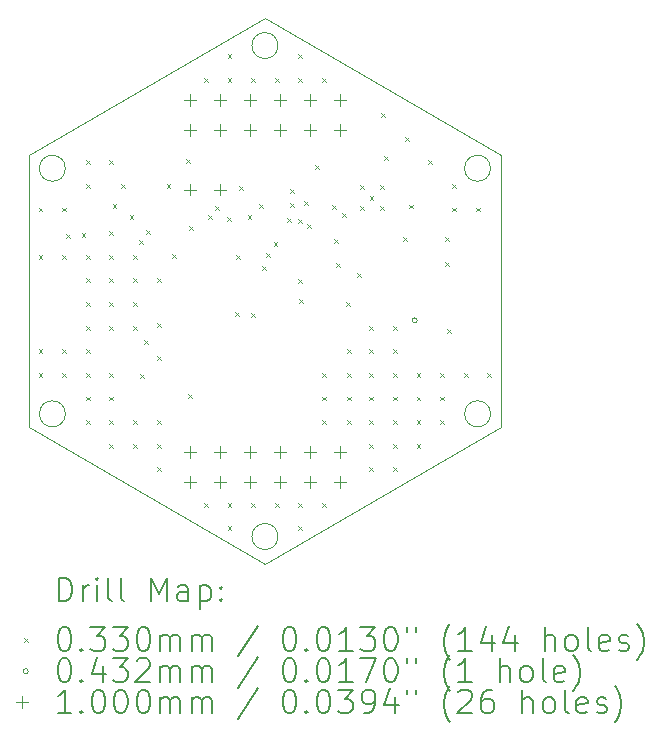
<source format=gbr>
%TF.GenerationSoftware,KiCad,Pcbnew,7.0.5*%
%TF.CreationDate,2023-06-02T12:39:11-04:00*%
%TF.ProjectId,MCU,4d43552e-6b69-4636-9164-5f7063625858,rev?*%
%TF.SameCoordinates,Original*%
%TF.FileFunction,Drillmap*%
%TF.FilePolarity,Positive*%
%FSLAX45Y45*%
G04 Gerber Fmt 4.5, Leading zero omitted, Abs format (unit mm)*
G04 Created by KiCad (PCBNEW 7.0.5) date 2023-06-02 12:39:11*
%MOMM*%
%LPD*%
G01*
G04 APERTURE LIST*
%ADD10C,0.100000*%
%ADD11C,0.200000*%
%ADD12C,0.033020*%
%ADD13C,0.043180*%
G04 APERTURE END LIST*
D10*
X13016000Y-8855761D02*
X13016000Y-11165162D01*
X16926000Y-11049692D02*
G75*
G03*
X16926000Y-11049692I-110000J0D01*
G01*
X13016000Y-11165162D02*
X15016000Y-12319862D01*
X16926000Y-8971231D02*
G75*
G03*
X16926000Y-8971231I-110000J0D01*
G01*
X13326000Y-8971231D02*
G75*
G03*
X13326000Y-8971231I-110000J0D01*
G01*
X15016000Y-7701060D02*
X13016000Y-8855761D01*
X17016000Y-8855761D02*
X15016000Y-7701060D01*
X15126000Y-7932000D02*
G75*
G03*
X15126000Y-7932000I-110000J0D01*
G01*
X15126000Y-12088922D02*
G75*
G03*
X15126000Y-12088922I-110000J0D01*
G01*
X17016000Y-11165162D02*
X17016000Y-8855761D01*
X15016000Y-12319862D02*
X17016000Y-11165162D01*
X13326000Y-11049692D02*
G75*
G03*
X13326000Y-11049692I-110000J0D01*
G01*
D11*
D12*
X13099490Y-9303352D02*
X13132510Y-9336372D01*
X13132510Y-9303352D02*
X13099490Y-9336372D01*
X13099490Y-9703352D02*
X13132510Y-9736372D01*
X13132510Y-9703352D02*
X13099490Y-9736372D01*
X13099490Y-10503352D02*
X13132510Y-10536372D01*
X13132510Y-10503352D02*
X13099490Y-10536372D01*
X13099490Y-10703352D02*
X13132510Y-10736372D01*
X13132510Y-10703352D02*
X13099490Y-10736372D01*
X13299490Y-9303352D02*
X13332510Y-9336372D01*
X13332510Y-9303352D02*
X13299490Y-9336372D01*
X13299490Y-9703352D02*
X13332510Y-9736372D01*
X13332510Y-9703352D02*
X13299490Y-9736372D01*
X13299490Y-10503352D02*
X13332510Y-10536372D01*
X13332510Y-10503352D02*
X13299490Y-10536372D01*
X13299490Y-10703352D02*
X13332510Y-10736372D01*
X13332510Y-10703352D02*
X13299490Y-10736372D01*
X13334490Y-9524352D02*
X13367510Y-9557372D01*
X13367510Y-9524352D02*
X13334490Y-9557372D01*
X13463490Y-9521352D02*
X13496510Y-9554372D01*
X13496510Y-9521352D02*
X13463490Y-9554372D01*
X13499490Y-8903352D02*
X13532510Y-8936372D01*
X13532510Y-8903352D02*
X13499490Y-8936372D01*
X13499490Y-9103352D02*
X13532510Y-9136372D01*
X13532510Y-9103352D02*
X13499490Y-9136372D01*
X13499490Y-9703352D02*
X13532510Y-9736372D01*
X13532510Y-9703352D02*
X13499490Y-9736372D01*
X13499490Y-9903352D02*
X13532510Y-9936372D01*
X13532510Y-9903352D02*
X13499490Y-9936372D01*
X13499490Y-10103352D02*
X13532510Y-10136372D01*
X13532510Y-10103352D02*
X13499490Y-10136372D01*
X13499490Y-10303352D02*
X13532510Y-10336372D01*
X13532510Y-10303352D02*
X13499490Y-10336372D01*
X13499490Y-10503352D02*
X13532510Y-10536372D01*
X13532510Y-10503352D02*
X13499490Y-10536372D01*
X13499490Y-10703352D02*
X13532510Y-10736372D01*
X13532510Y-10703352D02*
X13499490Y-10736372D01*
X13499490Y-10903352D02*
X13532510Y-10936372D01*
X13532510Y-10903352D02*
X13499490Y-10936372D01*
X13499490Y-11103352D02*
X13532510Y-11136372D01*
X13532510Y-11103352D02*
X13499490Y-11136372D01*
X13699490Y-8903352D02*
X13732510Y-8936372D01*
X13732510Y-8903352D02*
X13699490Y-8936372D01*
X13699490Y-9503352D02*
X13732510Y-9536372D01*
X13732510Y-9503352D02*
X13699490Y-9536372D01*
X13699490Y-9703352D02*
X13732510Y-9736372D01*
X13732510Y-9703352D02*
X13699490Y-9736372D01*
X13699490Y-9903352D02*
X13732510Y-9936372D01*
X13732510Y-9903352D02*
X13699490Y-9936372D01*
X13699490Y-10103352D02*
X13732510Y-10136372D01*
X13732510Y-10103352D02*
X13699490Y-10136372D01*
X13699490Y-10303352D02*
X13732510Y-10336372D01*
X13732510Y-10303352D02*
X13699490Y-10336372D01*
X13699490Y-10703352D02*
X13732510Y-10736372D01*
X13732510Y-10703352D02*
X13699490Y-10736372D01*
X13699490Y-10903352D02*
X13732510Y-10936372D01*
X13732510Y-10903352D02*
X13699490Y-10936372D01*
X13699490Y-11103352D02*
X13732510Y-11136372D01*
X13732510Y-11103352D02*
X13699490Y-11136372D01*
X13699490Y-11303352D02*
X13732510Y-11336372D01*
X13732510Y-11303352D02*
X13699490Y-11336372D01*
X13725490Y-9271490D02*
X13758510Y-9304510D01*
X13758510Y-9271490D02*
X13725490Y-9304510D01*
X13800490Y-9105352D02*
X13833510Y-9138372D01*
X13833510Y-9105352D02*
X13800490Y-9138372D01*
X13869490Y-9363352D02*
X13902510Y-9396372D01*
X13902510Y-9363352D02*
X13869490Y-9396372D01*
X13899490Y-9703352D02*
X13932510Y-9736372D01*
X13932510Y-9703352D02*
X13899490Y-9736372D01*
X13899490Y-9903352D02*
X13932510Y-9936372D01*
X13932510Y-9903352D02*
X13899490Y-9936372D01*
X13899490Y-10103352D02*
X13932510Y-10136372D01*
X13932510Y-10103352D02*
X13899490Y-10136372D01*
X13899490Y-10303352D02*
X13932510Y-10336372D01*
X13932510Y-10303352D02*
X13899490Y-10336372D01*
X13899490Y-11103352D02*
X13932510Y-11136372D01*
X13932510Y-11103352D02*
X13899490Y-11136372D01*
X13899490Y-11303352D02*
X13932510Y-11336372D01*
X13932510Y-11303352D02*
X13899490Y-11336372D01*
X13948490Y-9582352D02*
X13981510Y-9615372D01*
X13981510Y-9582352D02*
X13948490Y-9615372D01*
X13959490Y-10711352D02*
X13992510Y-10744372D01*
X13992510Y-10711352D02*
X13959490Y-10744372D01*
X13989490Y-10423352D02*
X14022510Y-10456372D01*
X14022510Y-10423352D02*
X13989490Y-10456372D01*
X14009490Y-9493352D02*
X14042510Y-9526372D01*
X14042510Y-9493352D02*
X14009490Y-9526372D01*
X14099490Y-9903352D02*
X14132510Y-9936372D01*
X14132510Y-9903352D02*
X14099490Y-9936372D01*
X14099490Y-10283352D02*
X14132510Y-10316372D01*
X14132510Y-10283352D02*
X14099490Y-10316372D01*
X14099490Y-10563352D02*
X14132510Y-10596372D01*
X14132510Y-10563352D02*
X14099490Y-10596372D01*
X14099490Y-11103352D02*
X14132510Y-11136372D01*
X14132510Y-11103352D02*
X14099490Y-11136372D01*
X14099490Y-11303352D02*
X14132510Y-11336372D01*
X14132510Y-11303352D02*
X14099490Y-11336372D01*
X14099490Y-11503352D02*
X14132510Y-11536372D01*
X14132510Y-11503352D02*
X14099490Y-11536372D01*
X14182490Y-9106352D02*
X14215510Y-9139372D01*
X14215510Y-9106352D02*
X14182490Y-9139372D01*
X14228490Y-9695490D02*
X14261510Y-9728510D01*
X14261510Y-9695490D02*
X14228490Y-9728510D01*
X14348490Y-8893352D02*
X14381510Y-8926372D01*
X14381510Y-8893352D02*
X14348490Y-8926372D01*
X14362490Y-10885352D02*
X14395510Y-10918372D01*
X14395510Y-10885352D02*
X14362490Y-10918372D01*
X14372490Y-9459352D02*
X14405510Y-9492372D01*
X14405510Y-9459352D02*
X14372490Y-9492372D01*
X14499490Y-8203352D02*
X14532510Y-8236372D01*
X14532510Y-8203352D02*
X14499490Y-8236372D01*
X14499490Y-11803352D02*
X14532510Y-11836372D01*
X14532510Y-11803352D02*
X14499490Y-11836372D01*
X14532490Y-9370352D02*
X14565510Y-9403372D01*
X14565510Y-9370352D02*
X14532490Y-9403372D01*
X14594490Y-9289352D02*
X14627510Y-9322372D01*
X14627510Y-9289352D02*
X14594490Y-9322372D01*
X14695490Y-9380490D02*
X14728510Y-9413510D01*
X14728510Y-9380490D02*
X14695490Y-9413510D01*
X14699490Y-8003352D02*
X14732510Y-8036372D01*
X14732510Y-8003352D02*
X14699490Y-8036372D01*
X14699490Y-8203352D02*
X14732510Y-8236372D01*
X14732510Y-8203352D02*
X14699490Y-8236372D01*
X14699490Y-11803352D02*
X14732510Y-11836372D01*
X14732510Y-11803352D02*
X14699490Y-11836372D01*
X14699490Y-12003352D02*
X14732510Y-12036372D01*
X14732510Y-12003352D02*
X14699490Y-12036372D01*
X14766490Y-10189352D02*
X14799510Y-10222372D01*
X14799510Y-10189352D02*
X14766490Y-10222372D01*
X14773490Y-9708490D02*
X14806510Y-9741510D01*
X14806510Y-9708490D02*
X14773490Y-9741510D01*
X14800490Y-9123352D02*
X14833510Y-9156372D01*
X14833510Y-9123352D02*
X14800490Y-9156372D01*
X14868490Y-9370490D02*
X14901510Y-9403510D01*
X14901510Y-9370490D02*
X14868490Y-9403510D01*
X14897490Y-10194352D02*
X14930510Y-10227372D01*
X14930510Y-10194352D02*
X14897490Y-10227372D01*
X14899490Y-8203352D02*
X14932510Y-8236372D01*
X14932510Y-8203352D02*
X14899490Y-8236372D01*
X14899490Y-11803352D02*
X14932510Y-11836372D01*
X14932510Y-11803352D02*
X14899490Y-11836372D01*
X14964490Y-9276352D02*
X14997510Y-9309372D01*
X14997510Y-9276352D02*
X14964490Y-9309372D01*
X14989490Y-9797490D02*
X15022510Y-9830510D01*
X15022510Y-9797490D02*
X14989490Y-9830510D01*
X15028490Y-9686490D02*
X15061510Y-9719510D01*
X15061510Y-9686490D02*
X15028490Y-9719510D01*
X15088490Y-9592490D02*
X15121510Y-9625510D01*
X15121510Y-9592490D02*
X15088490Y-9625510D01*
X15099490Y-8203352D02*
X15132510Y-8236372D01*
X15132510Y-8203352D02*
X15099490Y-8236372D01*
X15099490Y-11803352D02*
X15132510Y-11836372D01*
X15132510Y-11803352D02*
X15099490Y-11836372D01*
X15200490Y-9391352D02*
X15233510Y-9424372D01*
X15233510Y-9391352D02*
X15200490Y-9424372D01*
X15228240Y-9149490D02*
X15261260Y-9182510D01*
X15261260Y-9149490D02*
X15228240Y-9182510D01*
X15228240Y-9267490D02*
X15261260Y-9300510D01*
X15261260Y-9267490D02*
X15228240Y-9300510D01*
X15293490Y-9399352D02*
X15326510Y-9432372D01*
X15326510Y-9399352D02*
X15293490Y-9432372D01*
X15298490Y-9909352D02*
X15331510Y-9942372D01*
X15331510Y-9909352D02*
X15298490Y-9942372D01*
X15298920Y-8003352D02*
X15331940Y-8036372D01*
X15331940Y-8003352D02*
X15298920Y-8036372D01*
X15299490Y-8203352D02*
X15332510Y-8236372D01*
X15332510Y-8203352D02*
X15299490Y-8236372D01*
X15299490Y-11803352D02*
X15332510Y-11836372D01*
X15332510Y-11803352D02*
X15299490Y-11836372D01*
X15299490Y-12003352D02*
X15332510Y-12036372D01*
X15332510Y-12003352D02*
X15299490Y-12036372D01*
X15301490Y-10080352D02*
X15334510Y-10113372D01*
X15334510Y-10080352D02*
X15301490Y-10113372D01*
X15346490Y-9245490D02*
X15379510Y-9278510D01*
X15379510Y-9245490D02*
X15346490Y-9278510D01*
X15373490Y-9444490D02*
X15406510Y-9477510D01*
X15406510Y-9444490D02*
X15373490Y-9477510D01*
X15436490Y-8941490D02*
X15469510Y-8974510D01*
X15469510Y-8941490D02*
X15436490Y-8974510D01*
X15499490Y-8203352D02*
X15532510Y-8236372D01*
X15532510Y-8203352D02*
X15499490Y-8236372D01*
X15499490Y-10703352D02*
X15532510Y-10736372D01*
X15532510Y-10703352D02*
X15499490Y-10736372D01*
X15499490Y-10903352D02*
X15532510Y-10936372D01*
X15532510Y-10903352D02*
X15499490Y-10936372D01*
X15499490Y-11103352D02*
X15532510Y-11136372D01*
X15532510Y-11103352D02*
X15499490Y-11136372D01*
X15499490Y-11803352D02*
X15532510Y-11836372D01*
X15532510Y-11803352D02*
X15499490Y-11836372D01*
X15586490Y-9278490D02*
X15619510Y-9311510D01*
X15619510Y-9278490D02*
X15586490Y-9311510D01*
X15599990Y-9567490D02*
X15633010Y-9600510D01*
X15633010Y-9567490D02*
X15599990Y-9600510D01*
X15619490Y-9775490D02*
X15652510Y-9808510D01*
X15652510Y-9775490D02*
X15619490Y-9808510D01*
X15667490Y-9352352D02*
X15700510Y-9385372D01*
X15700510Y-9352352D02*
X15667490Y-9385372D01*
X15699490Y-10103352D02*
X15732510Y-10136372D01*
X15732510Y-10103352D02*
X15699490Y-10136372D01*
X15709490Y-10503352D02*
X15742510Y-10536372D01*
X15742510Y-10503352D02*
X15709490Y-10536372D01*
X15709490Y-10703352D02*
X15742510Y-10736372D01*
X15742510Y-10703352D02*
X15709490Y-10736372D01*
X15709490Y-10903352D02*
X15742510Y-10936372D01*
X15742510Y-10903352D02*
X15709490Y-10936372D01*
X15709490Y-11103352D02*
X15742510Y-11136372D01*
X15742510Y-11103352D02*
X15709490Y-11136372D01*
X15792490Y-9857490D02*
X15825510Y-9890510D01*
X15825510Y-9857490D02*
X15792490Y-9890510D01*
X15819490Y-9113352D02*
X15852510Y-9146372D01*
X15852510Y-9113352D02*
X15819490Y-9146372D01*
X15819490Y-9293352D02*
X15852510Y-9326372D01*
X15852510Y-9293352D02*
X15819490Y-9326372D01*
X15899490Y-10303352D02*
X15932510Y-10336372D01*
X15932510Y-10303352D02*
X15899490Y-10336372D01*
X15899490Y-10503352D02*
X15932510Y-10536372D01*
X15932510Y-10503352D02*
X15899490Y-10536372D01*
X15899490Y-10703352D02*
X15932510Y-10736372D01*
X15932510Y-10703352D02*
X15899490Y-10736372D01*
X15899490Y-10903352D02*
X15932510Y-10936372D01*
X15932510Y-10903352D02*
X15899490Y-10936372D01*
X15899490Y-11103352D02*
X15932510Y-11136372D01*
X15932510Y-11103352D02*
X15899490Y-11136372D01*
X15899490Y-11303352D02*
X15932510Y-11336372D01*
X15932510Y-11303352D02*
X15899490Y-11336372D01*
X15899490Y-11503352D02*
X15932510Y-11536372D01*
X15932510Y-11503352D02*
X15899490Y-11536372D01*
X15901490Y-9203240D02*
X15934510Y-9236260D01*
X15934510Y-9203240D02*
X15901490Y-9236260D01*
X15989490Y-9113352D02*
X16022510Y-9146372D01*
X16022510Y-9113352D02*
X15989490Y-9146372D01*
X15989490Y-9293352D02*
X16022510Y-9326372D01*
X16022510Y-9293352D02*
X15989490Y-9326372D01*
X15999490Y-8503352D02*
X16032510Y-8536372D01*
X16032510Y-8503352D02*
X15999490Y-8536372D01*
X16027490Y-8870490D02*
X16060510Y-8903510D01*
X16060510Y-8870490D02*
X16027490Y-8903510D01*
X16099490Y-10303352D02*
X16132510Y-10336372D01*
X16132510Y-10303352D02*
X16099490Y-10336372D01*
X16099490Y-10503352D02*
X16132510Y-10536372D01*
X16132510Y-10503352D02*
X16099490Y-10536372D01*
X16099490Y-10703352D02*
X16132510Y-10736372D01*
X16132510Y-10703352D02*
X16099490Y-10736372D01*
X16099490Y-10903352D02*
X16132510Y-10936372D01*
X16132510Y-10903352D02*
X16099490Y-10936372D01*
X16099490Y-11103352D02*
X16132510Y-11136372D01*
X16132510Y-11103352D02*
X16099490Y-11136372D01*
X16099490Y-11303352D02*
X16132510Y-11336372D01*
X16132510Y-11303352D02*
X16099490Y-11336372D01*
X16099490Y-11503352D02*
X16132510Y-11536372D01*
X16132510Y-11503352D02*
X16099490Y-11536372D01*
X16183490Y-9550352D02*
X16216510Y-9583372D01*
X16216510Y-9550352D02*
X16183490Y-9583372D01*
X16199490Y-8703352D02*
X16232510Y-8736372D01*
X16232510Y-8703352D02*
X16199490Y-8736372D01*
X16238240Y-9278239D02*
X16271260Y-9311259D01*
X16271260Y-9278239D02*
X16238240Y-9311259D01*
X16299490Y-10703352D02*
X16332510Y-10736372D01*
X16332510Y-10703352D02*
X16299490Y-10736372D01*
X16299490Y-10903352D02*
X16332510Y-10936372D01*
X16332510Y-10903352D02*
X16299490Y-10936372D01*
X16299490Y-11103352D02*
X16332510Y-11136372D01*
X16332510Y-11103352D02*
X16299490Y-11136372D01*
X16299490Y-11303352D02*
X16332510Y-11336372D01*
X16332510Y-11303352D02*
X16299490Y-11336372D01*
X16399490Y-8903352D02*
X16432510Y-8936372D01*
X16432510Y-8903352D02*
X16399490Y-8936372D01*
X16499490Y-10703352D02*
X16532510Y-10736372D01*
X16532510Y-10703352D02*
X16499490Y-10736372D01*
X16499490Y-10903352D02*
X16532510Y-10936372D01*
X16532510Y-10903352D02*
X16499490Y-10936372D01*
X16499490Y-11103352D02*
X16532510Y-11136372D01*
X16532510Y-11103352D02*
X16499490Y-11136372D01*
X16539490Y-9553352D02*
X16572510Y-9586372D01*
X16572510Y-9553352D02*
X16539490Y-9586372D01*
X16539490Y-9763352D02*
X16572510Y-9796372D01*
X16572510Y-9763352D02*
X16539490Y-9796372D01*
X16559490Y-10333352D02*
X16592510Y-10366372D01*
X16592510Y-10333352D02*
X16559490Y-10366372D01*
X16599490Y-9103352D02*
X16632510Y-9136372D01*
X16632510Y-9103352D02*
X16599490Y-9136372D01*
X16599490Y-9303352D02*
X16632510Y-9336372D01*
X16632510Y-9303352D02*
X16599490Y-9336372D01*
X16699490Y-10703352D02*
X16732510Y-10736372D01*
X16732510Y-10703352D02*
X16699490Y-10736372D01*
X16799490Y-9303352D02*
X16832510Y-9336372D01*
X16832510Y-9303352D02*
X16799490Y-9336372D01*
X16899490Y-10703352D02*
X16932510Y-10736372D01*
X16932510Y-10703352D02*
X16899490Y-10736372D01*
D13*
X16305591Y-10258712D02*
G75*
G03*
X16305591Y-10258712I-21590J0D01*
G01*
D10*
X14381000Y-8342560D02*
X14381000Y-8442560D01*
X14331000Y-8392560D02*
X14431000Y-8392560D01*
X14381000Y-8596560D02*
X14381000Y-8696560D01*
X14331000Y-8646560D02*
X14431000Y-8646560D01*
X14381000Y-9101000D02*
X14381000Y-9201000D01*
X14331000Y-9151000D02*
X14431000Y-9151000D01*
X14381000Y-11324362D02*
X14381000Y-11424362D01*
X14331000Y-11374362D02*
X14431000Y-11374362D01*
X14381000Y-11578362D02*
X14381000Y-11678362D01*
X14331000Y-11628362D02*
X14431000Y-11628362D01*
X14635000Y-8342560D02*
X14635000Y-8442560D01*
X14585000Y-8392560D02*
X14685000Y-8392560D01*
X14635000Y-8596560D02*
X14635000Y-8696560D01*
X14585000Y-8646560D02*
X14685000Y-8646560D01*
X14635000Y-9101000D02*
X14635000Y-9201000D01*
X14585000Y-9151000D02*
X14685000Y-9151000D01*
X14635000Y-11324362D02*
X14635000Y-11424362D01*
X14585000Y-11374362D02*
X14685000Y-11374362D01*
X14635000Y-11578362D02*
X14635000Y-11678362D01*
X14585000Y-11628362D02*
X14685000Y-11628362D01*
X14889000Y-8342560D02*
X14889000Y-8442560D01*
X14839000Y-8392560D02*
X14939000Y-8392560D01*
X14889000Y-8596560D02*
X14889000Y-8696560D01*
X14839000Y-8646560D02*
X14939000Y-8646560D01*
X14889000Y-11324362D02*
X14889000Y-11424362D01*
X14839000Y-11374362D02*
X14939000Y-11374362D01*
X14889000Y-11578362D02*
X14889000Y-11678362D01*
X14839000Y-11628362D02*
X14939000Y-11628362D01*
X15143000Y-8342560D02*
X15143000Y-8442560D01*
X15093000Y-8392560D02*
X15193000Y-8392560D01*
X15143000Y-8596560D02*
X15143000Y-8696560D01*
X15093000Y-8646560D02*
X15193000Y-8646560D01*
X15143000Y-11324362D02*
X15143000Y-11424362D01*
X15093000Y-11374362D02*
X15193000Y-11374362D01*
X15143000Y-11578362D02*
X15143000Y-11678362D01*
X15093000Y-11628362D02*
X15193000Y-11628362D01*
X15397000Y-8342560D02*
X15397000Y-8442560D01*
X15347000Y-8392560D02*
X15447000Y-8392560D01*
X15397000Y-8596560D02*
X15397000Y-8696560D01*
X15347000Y-8646560D02*
X15447000Y-8646560D01*
X15397000Y-11324362D02*
X15397000Y-11424362D01*
X15347000Y-11374362D02*
X15447000Y-11374362D01*
X15397000Y-11578362D02*
X15397000Y-11678362D01*
X15347000Y-11628362D02*
X15447000Y-11628362D01*
X15651000Y-8342560D02*
X15651000Y-8442560D01*
X15601000Y-8392560D02*
X15701000Y-8392560D01*
X15651000Y-8596560D02*
X15651000Y-8696560D01*
X15601000Y-8646560D02*
X15701000Y-8646560D01*
X15651000Y-11324362D02*
X15651000Y-11424362D01*
X15601000Y-11374362D02*
X15701000Y-11374362D01*
X15651000Y-11578362D02*
X15651000Y-11678362D01*
X15601000Y-11628362D02*
X15701000Y-11628362D01*
D11*
X13271777Y-12636346D02*
X13271777Y-12436346D01*
X13271777Y-12436346D02*
X13319396Y-12436346D01*
X13319396Y-12436346D02*
X13347967Y-12445870D01*
X13347967Y-12445870D02*
X13367015Y-12464917D01*
X13367015Y-12464917D02*
X13376539Y-12483965D01*
X13376539Y-12483965D02*
X13386062Y-12522060D01*
X13386062Y-12522060D02*
X13386062Y-12550632D01*
X13386062Y-12550632D02*
X13376539Y-12588727D01*
X13376539Y-12588727D02*
X13367015Y-12607774D01*
X13367015Y-12607774D02*
X13347967Y-12626822D01*
X13347967Y-12626822D02*
X13319396Y-12636346D01*
X13319396Y-12636346D02*
X13271777Y-12636346D01*
X13471777Y-12636346D02*
X13471777Y-12503012D01*
X13471777Y-12541108D02*
X13481301Y-12522060D01*
X13481301Y-12522060D02*
X13490824Y-12512536D01*
X13490824Y-12512536D02*
X13509872Y-12503012D01*
X13509872Y-12503012D02*
X13528920Y-12503012D01*
X13595586Y-12636346D02*
X13595586Y-12503012D01*
X13595586Y-12436346D02*
X13586062Y-12445870D01*
X13586062Y-12445870D02*
X13595586Y-12455393D01*
X13595586Y-12455393D02*
X13605110Y-12445870D01*
X13605110Y-12445870D02*
X13595586Y-12436346D01*
X13595586Y-12436346D02*
X13595586Y-12455393D01*
X13719396Y-12636346D02*
X13700348Y-12626822D01*
X13700348Y-12626822D02*
X13690824Y-12607774D01*
X13690824Y-12607774D02*
X13690824Y-12436346D01*
X13824158Y-12636346D02*
X13805110Y-12626822D01*
X13805110Y-12626822D02*
X13795586Y-12607774D01*
X13795586Y-12607774D02*
X13795586Y-12436346D01*
X14052729Y-12636346D02*
X14052729Y-12436346D01*
X14052729Y-12436346D02*
X14119396Y-12579203D01*
X14119396Y-12579203D02*
X14186062Y-12436346D01*
X14186062Y-12436346D02*
X14186062Y-12636346D01*
X14367015Y-12636346D02*
X14367015Y-12531584D01*
X14367015Y-12531584D02*
X14357491Y-12512536D01*
X14357491Y-12512536D02*
X14338443Y-12503012D01*
X14338443Y-12503012D02*
X14300348Y-12503012D01*
X14300348Y-12503012D02*
X14281301Y-12512536D01*
X14367015Y-12626822D02*
X14347967Y-12636346D01*
X14347967Y-12636346D02*
X14300348Y-12636346D01*
X14300348Y-12636346D02*
X14281301Y-12626822D01*
X14281301Y-12626822D02*
X14271777Y-12607774D01*
X14271777Y-12607774D02*
X14271777Y-12588727D01*
X14271777Y-12588727D02*
X14281301Y-12569679D01*
X14281301Y-12569679D02*
X14300348Y-12560155D01*
X14300348Y-12560155D02*
X14347967Y-12560155D01*
X14347967Y-12560155D02*
X14367015Y-12550632D01*
X14462253Y-12503012D02*
X14462253Y-12703012D01*
X14462253Y-12512536D02*
X14481301Y-12503012D01*
X14481301Y-12503012D02*
X14519396Y-12503012D01*
X14519396Y-12503012D02*
X14538443Y-12512536D01*
X14538443Y-12512536D02*
X14547967Y-12522060D01*
X14547967Y-12522060D02*
X14557491Y-12541108D01*
X14557491Y-12541108D02*
X14557491Y-12598251D01*
X14557491Y-12598251D02*
X14547967Y-12617298D01*
X14547967Y-12617298D02*
X14538443Y-12626822D01*
X14538443Y-12626822D02*
X14519396Y-12636346D01*
X14519396Y-12636346D02*
X14481301Y-12636346D01*
X14481301Y-12636346D02*
X14462253Y-12626822D01*
X14643205Y-12617298D02*
X14652729Y-12626822D01*
X14652729Y-12626822D02*
X14643205Y-12636346D01*
X14643205Y-12636346D02*
X14633682Y-12626822D01*
X14633682Y-12626822D02*
X14643205Y-12617298D01*
X14643205Y-12617298D02*
X14643205Y-12636346D01*
X14643205Y-12512536D02*
X14652729Y-12522060D01*
X14652729Y-12522060D02*
X14643205Y-12531584D01*
X14643205Y-12531584D02*
X14633682Y-12522060D01*
X14633682Y-12522060D02*
X14643205Y-12512536D01*
X14643205Y-12512536D02*
X14643205Y-12531584D01*
D12*
X12977980Y-12948352D02*
X13011000Y-12981372D01*
X13011000Y-12948352D02*
X12977980Y-12981372D01*
D11*
X13309872Y-12856346D02*
X13328920Y-12856346D01*
X13328920Y-12856346D02*
X13347967Y-12865870D01*
X13347967Y-12865870D02*
X13357491Y-12875393D01*
X13357491Y-12875393D02*
X13367015Y-12894441D01*
X13367015Y-12894441D02*
X13376539Y-12932536D01*
X13376539Y-12932536D02*
X13376539Y-12980155D01*
X13376539Y-12980155D02*
X13367015Y-13018251D01*
X13367015Y-13018251D02*
X13357491Y-13037298D01*
X13357491Y-13037298D02*
X13347967Y-13046822D01*
X13347967Y-13046822D02*
X13328920Y-13056346D01*
X13328920Y-13056346D02*
X13309872Y-13056346D01*
X13309872Y-13056346D02*
X13290824Y-13046822D01*
X13290824Y-13046822D02*
X13281301Y-13037298D01*
X13281301Y-13037298D02*
X13271777Y-13018251D01*
X13271777Y-13018251D02*
X13262253Y-12980155D01*
X13262253Y-12980155D02*
X13262253Y-12932536D01*
X13262253Y-12932536D02*
X13271777Y-12894441D01*
X13271777Y-12894441D02*
X13281301Y-12875393D01*
X13281301Y-12875393D02*
X13290824Y-12865870D01*
X13290824Y-12865870D02*
X13309872Y-12856346D01*
X13462253Y-13037298D02*
X13471777Y-13046822D01*
X13471777Y-13046822D02*
X13462253Y-13056346D01*
X13462253Y-13056346D02*
X13452729Y-13046822D01*
X13452729Y-13046822D02*
X13462253Y-13037298D01*
X13462253Y-13037298D02*
X13462253Y-13056346D01*
X13538443Y-12856346D02*
X13662253Y-12856346D01*
X13662253Y-12856346D02*
X13595586Y-12932536D01*
X13595586Y-12932536D02*
X13624158Y-12932536D01*
X13624158Y-12932536D02*
X13643205Y-12942060D01*
X13643205Y-12942060D02*
X13652729Y-12951584D01*
X13652729Y-12951584D02*
X13662253Y-12970632D01*
X13662253Y-12970632D02*
X13662253Y-13018251D01*
X13662253Y-13018251D02*
X13652729Y-13037298D01*
X13652729Y-13037298D02*
X13643205Y-13046822D01*
X13643205Y-13046822D02*
X13624158Y-13056346D01*
X13624158Y-13056346D02*
X13567015Y-13056346D01*
X13567015Y-13056346D02*
X13547967Y-13046822D01*
X13547967Y-13046822D02*
X13538443Y-13037298D01*
X13728920Y-12856346D02*
X13852729Y-12856346D01*
X13852729Y-12856346D02*
X13786062Y-12932536D01*
X13786062Y-12932536D02*
X13814634Y-12932536D01*
X13814634Y-12932536D02*
X13833682Y-12942060D01*
X13833682Y-12942060D02*
X13843205Y-12951584D01*
X13843205Y-12951584D02*
X13852729Y-12970632D01*
X13852729Y-12970632D02*
X13852729Y-13018251D01*
X13852729Y-13018251D02*
X13843205Y-13037298D01*
X13843205Y-13037298D02*
X13833682Y-13046822D01*
X13833682Y-13046822D02*
X13814634Y-13056346D01*
X13814634Y-13056346D02*
X13757491Y-13056346D01*
X13757491Y-13056346D02*
X13738443Y-13046822D01*
X13738443Y-13046822D02*
X13728920Y-13037298D01*
X13976539Y-12856346D02*
X13995586Y-12856346D01*
X13995586Y-12856346D02*
X14014634Y-12865870D01*
X14014634Y-12865870D02*
X14024158Y-12875393D01*
X14024158Y-12875393D02*
X14033682Y-12894441D01*
X14033682Y-12894441D02*
X14043205Y-12932536D01*
X14043205Y-12932536D02*
X14043205Y-12980155D01*
X14043205Y-12980155D02*
X14033682Y-13018251D01*
X14033682Y-13018251D02*
X14024158Y-13037298D01*
X14024158Y-13037298D02*
X14014634Y-13046822D01*
X14014634Y-13046822D02*
X13995586Y-13056346D01*
X13995586Y-13056346D02*
X13976539Y-13056346D01*
X13976539Y-13056346D02*
X13957491Y-13046822D01*
X13957491Y-13046822D02*
X13947967Y-13037298D01*
X13947967Y-13037298D02*
X13938443Y-13018251D01*
X13938443Y-13018251D02*
X13928920Y-12980155D01*
X13928920Y-12980155D02*
X13928920Y-12932536D01*
X13928920Y-12932536D02*
X13938443Y-12894441D01*
X13938443Y-12894441D02*
X13947967Y-12875393D01*
X13947967Y-12875393D02*
X13957491Y-12865870D01*
X13957491Y-12865870D02*
X13976539Y-12856346D01*
X14128920Y-13056346D02*
X14128920Y-12923012D01*
X14128920Y-12942060D02*
X14138443Y-12932536D01*
X14138443Y-12932536D02*
X14157491Y-12923012D01*
X14157491Y-12923012D02*
X14186063Y-12923012D01*
X14186063Y-12923012D02*
X14205110Y-12932536D01*
X14205110Y-12932536D02*
X14214634Y-12951584D01*
X14214634Y-12951584D02*
X14214634Y-13056346D01*
X14214634Y-12951584D02*
X14224158Y-12932536D01*
X14224158Y-12932536D02*
X14243205Y-12923012D01*
X14243205Y-12923012D02*
X14271777Y-12923012D01*
X14271777Y-12923012D02*
X14290824Y-12932536D01*
X14290824Y-12932536D02*
X14300348Y-12951584D01*
X14300348Y-12951584D02*
X14300348Y-13056346D01*
X14395586Y-13056346D02*
X14395586Y-12923012D01*
X14395586Y-12942060D02*
X14405110Y-12932536D01*
X14405110Y-12932536D02*
X14424158Y-12923012D01*
X14424158Y-12923012D02*
X14452729Y-12923012D01*
X14452729Y-12923012D02*
X14471777Y-12932536D01*
X14471777Y-12932536D02*
X14481301Y-12951584D01*
X14481301Y-12951584D02*
X14481301Y-13056346D01*
X14481301Y-12951584D02*
X14490824Y-12932536D01*
X14490824Y-12932536D02*
X14509872Y-12923012D01*
X14509872Y-12923012D02*
X14538443Y-12923012D01*
X14538443Y-12923012D02*
X14557491Y-12932536D01*
X14557491Y-12932536D02*
X14567015Y-12951584D01*
X14567015Y-12951584D02*
X14567015Y-13056346D01*
X14957491Y-12846822D02*
X14786063Y-13103965D01*
X15214634Y-12856346D02*
X15233682Y-12856346D01*
X15233682Y-12856346D02*
X15252729Y-12865870D01*
X15252729Y-12865870D02*
X15262253Y-12875393D01*
X15262253Y-12875393D02*
X15271777Y-12894441D01*
X15271777Y-12894441D02*
X15281301Y-12932536D01*
X15281301Y-12932536D02*
X15281301Y-12980155D01*
X15281301Y-12980155D02*
X15271777Y-13018251D01*
X15271777Y-13018251D02*
X15262253Y-13037298D01*
X15262253Y-13037298D02*
X15252729Y-13046822D01*
X15252729Y-13046822D02*
X15233682Y-13056346D01*
X15233682Y-13056346D02*
X15214634Y-13056346D01*
X15214634Y-13056346D02*
X15195586Y-13046822D01*
X15195586Y-13046822D02*
X15186063Y-13037298D01*
X15186063Y-13037298D02*
X15176539Y-13018251D01*
X15176539Y-13018251D02*
X15167015Y-12980155D01*
X15167015Y-12980155D02*
X15167015Y-12932536D01*
X15167015Y-12932536D02*
X15176539Y-12894441D01*
X15176539Y-12894441D02*
X15186063Y-12875393D01*
X15186063Y-12875393D02*
X15195586Y-12865870D01*
X15195586Y-12865870D02*
X15214634Y-12856346D01*
X15367015Y-13037298D02*
X15376539Y-13046822D01*
X15376539Y-13046822D02*
X15367015Y-13056346D01*
X15367015Y-13056346D02*
X15357491Y-13046822D01*
X15357491Y-13046822D02*
X15367015Y-13037298D01*
X15367015Y-13037298D02*
X15367015Y-13056346D01*
X15500348Y-12856346D02*
X15519396Y-12856346D01*
X15519396Y-12856346D02*
X15538444Y-12865870D01*
X15538444Y-12865870D02*
X15547967Y-12875393D01*
X15547967Y-12875393D02*
X15557491Y-12894441D01*
X15557491Y-12894441D02*
X15567015Y-12932536D01*
X15567015Y-12932536D02*
X15567015Y-12980155D01*
X15567015Y-12980155D02*
X15557491Y-13018251D01*
X15557491Y-13018251D02*
X15547967Y-13037298D01*
X15547967Y-13037298D02*
X15538444Y-13046822D01*
X15538444Y-13046822D02*
X15519396Y-13056346D01*
X15519396Y-13056346D02*
X15500348Y-13056346D01*
X15500348Y-13056346D02*
X15481301Y-13046822D01*
X15481301Y-13046822D02*
X15471777Y-13037298D01*
X15471777Y-13037298D02*
X15462253Y-13018251D01*
X15462253Y-13018251D02*
X15452729Y-12980155D01*
X15452729Y-12980155D02*
X15452729Y-12932536D01*
X15452729Y-12932536D02*
X15462253Y-12894441D01*
X15462253Y-12894441D02*
X15471777Y-12875393D01*
X15471777Y-12875393D02*
X15481301Y-12865870D01*
X15481301Y-12865870D02*
X15500348Y-12856346D01*
X15757491Y-13056346D02*
X15643206Y-13056346D01*
X15700348Y-13056346D02*
X15700348Y-12856346D01*
X15700348Y-12856346D02*
X15681301Y-12884917D01*
X15681301Y-12884917D02*
X15662253Y-12903965D01*
X15662253Y-12903965D02*
X15643206Y-12913489D01*
X15824158Y-12856346D02*
X15947967Y-12856346D01*
X15947967Y-12856346D02*
X15881301Y-12932536D01*
X15881301Y-12932536D02*
X15909872Y-12932536D01*
X15909872Y-12932536D02*
X15928920Y-12942060D01*
X15928920Y-12942060D02*
X15938444Y-12951584D01*
X15938444Y-12951584D02*
X15947967Y-12970632D01*
X15947967Y-12970632D02*
X15947967Y-13018251D01*
X15947967Y-13018251D02*
X15938444Y-13037298D01*
X15938444Y-13037298D02*
X15928920Y-13046822D01*
X15928920Y-13046822D02*
X15909872Y-13056346D01*
X15909872Y-13056346D02*
X15852729Y-13056346D01*
X15852729Y-13056346D02*
X15833682Y-13046822D01*
X15833682Y-13046822D02*
X15824158Y-13037298D01*
X16071777Y-12856346D02*
X16090825Y-12856346D01*
X16090825Y-12856346D02*
X16109872Y-12865870D01*
X16109872Y-12865870D02*
X16119396Y-12875393D01*
X16119396Y-12875393D02*
X16128920Y-12894441D01*
X16128920Y-12894441D02*
X16138444Y-12932536D01*
X16138444Y-12932536D02*
X16138444Y-12980155D01*
X16138444Y-12980155D02*
X16128920Y-13018251D01*
X16128920Y-13018251D02*
X16119396Y-13037298D01*
X16119396Y-13037298D02*
X16109872Y-13046822D01*
X16109872Y-13046822D02*
X16090825Y-13056346D01*
X16090825Y-13056346D02*
X16071777Y-13056346D01*
X16071777Y-13056346D02*
X16052729Y-13046822D01*
X16052729Y-13046822D02*
X16043206Y-13037298D01*
X16043206Y-13037298D02*
X16033682Y-13018251D01*
X16033682Y-13018251D02*
X16024158Y-12980155D01*
X16024158Y-12980155D02*
X16024158Y-12932536D01*
X16024158Y-12932536D02*
X16033682Y-12894441D01*
X16033682Y-12894441D02*
X16043206Y-12875393D01*
X16043206Y-12875393D02*
X16052729Y-12865870D01*
X16052729Y-12865870D02*
X16071777Y-12856346D01*
X16214634Y-12856346D02*
X16214634Y-12894441D01*
X16290825Y-12856346D02*
X16290825Y-12894441D01*
X16586063Y-13132536D02*
X16576539Y-13123012D01*
X16576539Y-13123012D02*
X16557491Y-13094441D01*
X16557491Y-13094441D02*
X16547968Y-13075393D01*
X16547968Y-13075393D02*
X16538444Y-13046822D01*
X16538444Y-13046822D02*
X16528920Y-12999203D01*
X16528920Y-12999203D02*
X16528920Y-12961108D01*
X16528920Y-12961108D02*
X16538444Y-12913489D01*
X16538444Y-12913489D02*
X16547968Y-12884917D01*
X16547968Y-12884917D02*
X16557491Y-12865870D01*
X16557491Y-12865870D02*
X16576539Y-12837298D01*
X16576539Y-12837298D02*
X16586063Y-12827774D01*
X16767015Y-13056346D02*
X16652729Y-13056346D01*
X16709872Y-13056346D02*
X16709872Y-12856346D01*
X16709872Y-12856346D02*
X16690825Y-12884917D01*
X16690825Y-12884917D02*
X16671777Y-12903965D01*
X16671777Y-12903965D02*
X16652729Y-12913489D01*
X16938444Y-12923012D02*
X16938444Y-13056346D01*
X16890825Y-12846822D02*
X16843206Y-12989679D01*
X16843206Y-12989679D02*
X16967015Y-12989679D01*
X17128920Y-12923012D02*
X17128920Y-13056346D01*
X17081301Y-12846822D02*
X17033682Y-12989679D01*
X17033682Y-12989679D02*
X17157491Y-12989679D01*
X17386063Y-13056346D02*
X17386063Y-12856346D01*
X17471777Y-13056346D02*
X17471777Y-12951584D01*
X17471777Y-12951584D02*
X17462253Y-12932536D01*
X17462253Y-12932536D02*
X17443206Y-12923012D01*
X17443206Y-12923012D02*
X17414634Y-12923012D01*
X17414634Y-12923012D02*
X17395587Y-12932536D01*
X17395587Y-12932536D02*
X17386063Y-12942060D01*
X17595587Y-13056346D02*
X17576539Y-13046822D01*
X17576539Y-13046822D02*
X17567015Y-13037298D01*
X17567015Y-13037298D02*
X17557492Y-13018251D01*
X17557492Y-13018251D02*
X17557492Y-12961108D01*
X17557492Y-12961108D02*
X17567015Y-12942060D01*
X17567015Y-12942060D02*
X17576539Y-12932536D01*
X17576539Y-12932536D02*
X17595587Y-12923012D01*
X17595587Y-12923012D02*
X17624158Y-12923012D01*
X17624158Y-12923012D02*
X17643206Y-12932536D01*
X17643206Y-12932536D02*
X17652730Y-12942060D01*
X17652730Y-12942060D02*
X17662253Y-12961108D01*
X17662253Y-12961108D02*
X17662253Y-13018251D01*
X17662253Y-13018251D02*
X17652730Y-13037298D01*
X17652730Y-13037298D02*
X17643206Y-13046822D01*
X17643206Y-13046822D02*
X17624158Y-13056346D01*
X17624158Y-13056346D02*
X17595587Y-13056346D01*
X17776539Y-13056346D02*
X17757492Y-13046822D01*
X17757492Y-13046822D02*
X17747968Y-13027774D01*
X17747968Y-13027774D02*
X17747968Y-12856346D01*
X17928920Y-13046822D02*
X17909873Y-13056346D01*
X17909873Y-13056346D02*
X17871777Y-13056346D01*
X17871777Y-13056346D02*
X17852730Y-13046822D01*
X17852730Y-13046822D02*
X17843206Y-13027774D01*
X17843206Y-13027774D02*
X17843206Y-12951584D01*
X17843206Y-12951584D02*
X17852730Y-12932536D01*
X17852730Y-12932536D02*
X17871777Y-12923012D01*
X17871777Y-12923012D02*
X17909873Y-12923012D01*
X17909873Y-12923012D02*
X17928920Y-12932536D01*
X17928920Y-12932536D02*
X17938444Y-12951584D01*
X17938444Y-12951584D02*
X17938444Y-12970632D01*
X17938444Y-12970632D02*
X17843206Y-12989679D01*
X18014634Y-13046822D02*
X18033682Y-13056346D01*
X18033682Y-13056346D02*
X18071777Y-13056346D01*
X18071777Y-13056346D02*
X18090825Y-13046822D01*
X18090825Y-13046822D02*
X18100349Y-13027774D01*
X18100349Y-13027774D02*
X18100349Y-13018251D01*
X18100349Y-13018251D02*
X18090825Y-12999203D01*
X18090825Y-12999203D02*
X18071777Y-12989679D01*
X18071777Y-12989679D02*
X18043206Y-12989679D01*
X18043206Y-12989679D02*
X18024158Y-12980155D01*
X18024158Y-12980155D02*
X18014634Y-12961108D01*
X18014634Y-12961108D02*
X18014634Y-12951584D01*
X18014634Y-12951584D02*
X18024158Y-12932536D01*
X18024158Y-12932536D02*
X18043206Y-12923012D01*
X18043206Y-12923012D02*
X18071777Y-12923012D01*
X18071777Y-12923012D02*
X18090825Y-12932536D01*
X18167015Y-13132536D02*
X18176539Y-13123012D01*
X18176539Y-13123012D02*
X18195587Y-13094441D01*
X18195587Y-13094441D02*
X18205111Y-13075393D01*
X18205111Y-13075393D02*
X18214634Y-13046822D01*
X18214634Y-13046822D02*
X18224158Y-12999203D01*
X18224158Y-12999203D02*
X18224158Y-12961108D01*
X18224158Y-12961108D02*
X18214634Y-12913489D01*
X18214634Y-12913489D02*
X18205111Y-12884917D01*
X18205111Y-12884917D02*
X18195587Y-12865870D01*
X18195587Y-12865870D02*
X18176539Y-12837298D01*
X18176539Y-12837298D02*
X18167015Y-12827774D01*
D13*
X13011000Y-13228862D02*
G75*
G03*
X13011000Y-13228862I-21590J0D01*
G01*
D11*
X13309872Y-13120346D02*
X13328920Y-13120346D01*
X13328920Y-13120346D02*
X13347967Y-13129870D01*
X13347967Y-13129870D02*
X13357491Y-13139393D01*
X13357491Y-13139393D02*
X13367015Y-13158441D01*
X13367015Y-13158441D02*
X13376539Y-13196536D01*
X13376539Y-13196536D02*
X13376539Y-13244155D01*
X13376539Y-13244155D02*
X13367015Y-13282251D01*
X13367015Y-13282251D02*
X13357491Y-13301298D01*
X13357491Y-13301298D02*
X13347967Y-13310822D01*
X13347967Y-13310822D02*
X13328920Y-13320346D01*
X13328920Y-13320346D02*
X13309872Y-13320346D01*
X13309872Y-13320346D02*
X13290824Y-13310822D01*
X13290824Y-13310822D02*
X13281301Y-13301298D01*
X13281301Y-13301298D02*
X13271777Y-13282251D01*
X13271777Y-13282251D02*
X13262253Y-13244155D01*
X13262253Y-13244155D02*
X13262253Y-13196536D01*
X13262253Y-13196536D02*
X13271777Y-13158441D01*
X13271777Y-13158441D02*
X13281301Y-13139393D01*
X13281301Y-13139393D02*
X13290824Y-13129870D01*
X13290824Y-13129870D02*
X13309872Y-13120346D01*
X13462253Y-13301298D02*
X13471777Y-13310822D01*
X13471777Y-13310822D02*
X13462253Y-13320346D01*
X13462253Y-13320346D02*
X13452729Y-13310822D01*
X13452729Y-13310822D02*
X13462253Y-13301298D01*
X13462253Y-13301298D02*
X13462253Y-13320346D01*
X13643205Y-13187012D02*
X13643205Y-13320346D01*
X13595586Y-13110822D02*
X13547967Y-13253679D01*
X13547967Y-13253679D02*
X13671777Y-13253679D01*
X13728920Y-13120346D02*
X13852729Y-13120346D01*
X13852729Y-13120346D02*
X13786062Y-13196536D01*
X13786062Y-13196536D02*
X13814634Y-13196536D01*
X13814634Y-13196536D02*
X13833682Y-13206060D01*
X13833682Y-13206060D02*
X13843205Y-13215584D01*
X13843205Y-13215584D02*
X13852729Y-13234632D01*
X13852729Y-13234632D02*
X13852729Y-13282251D01*
X13852729Y-13282251D02*
X13843205Y-13301298D01*
X13843205Y-13301298D02*
X13833682Y-13310822D01*
X13833682Y-13310822D02*
X13814634Y-13320346D01*
X13814634Y-13320346D02*
X13757491Y-13320346D01*
X13757491Y-13320346D02*
X13738443Y-13310822D01*
X13738443Y-13310822D02*
X13728920Y-13301298D01*
X13928920Y-13139393D02*
X13938443Y-13129870D01*
X13938443Y-13129870D02*
X13957491Y-13120346D01*
X13957491Y-13120346D02*
X14005110Y-13120346D01*
X14005110Y-13120346D02*
X14024158Y-13129870D01*
X14024158Y-13129870D02*
X14033682Y-13139393D01*
X14033682Y-13139393D02*
X14043205Y-13158441D01*
X14043205Y-13158441D02*
X14043205Y-13177489D01*
X14043205Y-13177489D02*
X14033682Y-13206060D01*
X14033682Y-13206060D02*
X13919396Y-13320346D01*
X13919396Y-13320346D02*
X14043205Y-13320346D01*
X14128920Y-13320346D02*
X14128920Y-13187012D01*
X14128920Y-13206060D02*
X14138443Y-13196536D01*
X14138443Y-13196536D02*
X14157491Y-13187012D01*
X14157491Y-13187012D02*
X14186063Y-13187012D01*
X14186063Y-13187012D02*
X14205110Y-13196536D01*
X14205110Y-13196536D02*
X14214634Y-13215584D01*
X14214634Y-13215584D02*
X14214634Y-13320346D01*
X14214634Y-13215584D02*
X14224158Y-13196536D01*
X14224158Y-13196536D02*
X14243205Y-13187012D01*
X14243205Y-13187012D02*
X14271777Y-13187012D01*
X14271777Y-13187012D02*
X14290824Y-13196536D01*
X14290824Y-13196536D02*
X14300348Y-13215584D01*
X14300348Y-13215584D02*
X14300348Y-13320346D01*
X14395586Y-13320346D02*
X14395586Y-13187012D01*
X14395586Y-13206060D02*
X14405110Y-13196536D01*
X14405110Y-13196536D02*
X14424158Y-13187012D01*
X14424158Y-13187012D02*
X14452729Y-13187012D01*
X14452729Y-13187012D02*
X14471777Y-13196536D01*
X14471777Y-13196536D02*
X14481301Y-13215584D01*
X14481301Y-13215584D02*
X14481301Y-13320346D01*
X14481301Y-13215584D02*
X14490824Y-13196536D01*
X14490824Y-13196536D02*
X14509872Y-13187012D01*
X14509872Y-13187012D02*
X14538443Y-13187012D01*
X14538443Y-13187012D02*
X14557491Y-13196536D01*
X14557491Y-13196536D02*
X14567015Y-13215584D01*
X14567015Y-13215584D02*
X14567015Y-13320346D01*
X14957491Y-13110822D02*
X14786063Y-13367965D01*
X15214634Y-13120346D02*
X15233682Y-13120346D01*
X15233682Y-13120346D02*
X15252729Y-13129870D01*
X15252729Y-13129870D02*
X15262253Y-13139393D01*
X15262253Y-13139393D02*
X15271777Y-13158441D01*
X15271777Y-13158441D02*
X15281301Y-13196536D01*
X15281301Y-13196536D02*
X15281301Y-13244155D01*
X15281301Y-13244155D02*
X15271777Y-13282251D01*
X15271777Y-13282251D02*
X15262253Y-13301298D01*
X15262253Y-13301298D02*
X15252729Y-13310822D01*
X15252729Y-13310822D02*
X15233682Y-13320346D01*
X15233682Y-13320346D02*
X15214634Y-13320346D01*
X15214634Y-13320346D02*
X15195586Y-13310822D01*
X15195586Y-13310822D02*
X15186063Y-13301298D01*
X15186063Y-13301298D02*
X15176539Y-13282251D01*
X15176539Y-13282251D02*
X15167015Y-13244155D01*
X15167015Y-13244155D02*
X15167015Y-13196536D01*
X15167015Y-13196536D02*
X15176539Y-13158441D01*
X15176539Y-13158441D02*
X15186063Y-13139393D01*
X15186063Y-13139393D02*
X15195586Y-13129870D01*
X15195586Y-13129870D02*
X15214634Y-13120346D01*
X15367015Y-13301298D02*
X15376539Y-13310822D01*
X15376539Y-13310822D02*
X15367015Y-13320346D01*
X15367015Y-13320346D02*
X15357491Y-13310822D01*
X15357491Y-13310822D02*
X15367015Y-13301298D01*
X15367015Y-13301298D02*
X15367015Y-13320346D01*
X15500348Y-13120346D02*
X15519396Y-13120346D01*
X15519396Y-13120346D02*
X15538444Y-13129870D01*
X15538444Y-13129870D02*
X15547967Y-13139393D01*
X15547967Y-13139393D02*
X15557491Y-13158441D01*
X15557491Y-13158441D02*
X15567015Y-13196536D01*
X15567015Y-13196536D02*
X15567015Y-13244155D01*
X15567015Y-13244155D02*
X15557491Y-13282251D01*
X15557491Y-13282251D02*
X15547967Y-13301298D01*
X15547967Y-13301298D02*
X15538444Y-13310822D01*
X15538444Y-13310822D02*
X15519396Y-13320346D01*
X15519396Y-13320346D02*
X15500348Y-13320346D01*
X15500348Y-13320346D02*
X15481301Y-13310822D01*
X15481301Y-13310822D02*
X15471777Y-13301298D01*
X15471777Y-13301298D02*
X15462253Y-13282251D01*
X15462253Y-13282251D02*
X15452729Y-13244155D01*
X15452729Y-13244155D02*
X15452729Y-13196536D01*
X15452729Y-13196536D02*
X15462253Y-13158441D01*
X15462253Y-13158441D02*
X15471777Y-13139393D01*
X15471777Y-13139393D02*
X15481301Y-13129870D01*
X15481301Y-13129870D02*
X15500348Y-13120346D01*
X15757491Y-13320346D02*
X15643206Y-13320346D01*
X15700348Y-13320346D02*
X15700348Y-13120346D01*
X15700348Y-13120346D02*
X15681301Y-13148917D01*
X15681301Y-13148917D02*
X15662253Y-13167965D01*
X15662253Y-13167965D02*
X15643206Y-13177489D01*
X15824158Y-13120346D02*
X15957491Y-13120346D01*
X15957491Y-13120346D02*
X15871777Y-13320346D01*
X16071777Y-13120346D02*
X16090825Y-13120346D01*
X16090825Y-13120346D02*
X16109872Y-13129870D01*
X16109872Y-13129870D02*
X16119396Y-13139393D01*
X16119396Y-13139393D02*
X16128920Y-13158441D01*
X16128920Y-13158441D02*
X16138444Y-13196536D01*
X16138444Y-13196536D02*
X16138444Y-13244155D01*
X16138444Y-13244155D02*
X16128920Y-13282251D01*
X16128920Y-13282251D02*
X16119396Y-13301298D01*
X16119396Y-13301298D02*
X16109872Y-13310822D01*
X16109872Y-13310822D02*
X16090825Y-13320346D01*
X16090825Y-13320346D02*
X16071777Y-13320346D01*
X16071777Y-13320346D02*
X16052729Y-13310822D01*
X16052729Y-13310822D02*
X16043206Y-13301298D01*
X16043206Y-13301298D02*
X16033682Y-13282251D01*
X16033682Y-13282251D02*
X16024158Y-13244155D01*
X16024158Y-13244155D02*
X16024158Y-13196536D01*
X16024158Y-13196536D02*
X16033682Y-13158441D01*
X16033682Y-13158441D02*
X16043206Y-13139393D01*
X16043206Y-13139393D02*
X16052729Y-13129870D01*
X16052729Y-13129870D02*
X16071777Y-13120346D01*
X16214634Y-13120346D02*
X16214634Y-13158441D01*
X16290825Y-13120346D02*
X16290825Y-13158441D01*
X16586063Y-13396536D02*
X16576539Y-13387012D01*
X16576539Y-13387012D02*
X16557491Y-13358441D01*
X16557491Y-13358441D02*
X16547968Y-13339393D01*
X16547968Y-13339393D02*
X16538444Y-13310822D01*
X16538444Y-13310822D02*
X16528920Y-13263203D01*
X16528920Y-13263203D02*
X16528920Y-13225108D01*
X16528920Y-13225108D02*
X16538444Y-13177489D01*
X16538444Y-13177489D02*
X16547968Y-13148917D01*
X16547968Y-13148917D02*
X16557491Y-13129870D01*
X16557491Y-13129870D02*
X16576539Y-13101298D01*
X16576539Y-13101298D02*
X16586063Y-13091774D01*
X16767015Y-13320346D02*
X16652729Y-13320346D01*
X16709872Y-13320346D02*
X16709872Y-13120346D01*
X16709872Y-13120346D02*
X16690825Y-13148917D01*
X16690825Y-13148917D02*
X16671777Y-13167965D01*
X16671777Y-13167965D02*
X16652729Y-13177489D01*
X17005111Y-13320346D02*
X17005111Y-13120346D01*
X17090825Y-13320346D02*
X17090825Y-13215584D01*
X17090825Y-13215584D02*
X17081301Y-13196536D01*
X17081301Y-13196536D02*
X17062253Y-13187012D01*
X17062253Y-13187012D02*
X17033682Y-13187012D01*
X17033682Y-13187012D02*
X17014634Y-13196536D01*
X17014634Y-13196536D02*
X17005111Y-13206060D01*
X17214634Y-13320346D02*
X17195587Y-13310822D01*
X17195587Y-13310822D02*
X17186063Y-13301298D01*
X17186063Y-13301298D02*
X17176539Y-13282251D01*
X17176539Y-13282251D02*
X17176539Y-13225108D01*
X17176539Y-13225108D02*
X17186063Y-13206060D01*
X17186063Y-13206060D02*
X17195587Y-13196536D01*
X17195587Y-13196536D02*
X17214634Y-13187012D01*
X17214634Y-13187012D02*
X17243206Y-13187012D01*
X17243206Y-13187012D02*
X17262253Y-13196536D01*
X17262253Y-13196536D02*
X17271777Y-13206060D01*
X17271777Y-13206060D02*
X17281301Y-13225108D01*
X17281301Y-13225108D02*
X17281301Y-13282251D01*
X17281301Y-13282251D02*
X17271777Y-13301298D01*
X17271777Y-13301298D02*
X17262253Y-13310822D01*
X17262253Y-13310822D02*
X17243206Y-13320346D01*
X17243206Y-13320346D02*
X17214634Y-13320346D01*
X17395587Y-13320346D02*
X17376539Y-13310822D01*
X17376539Y-13310822D02*
X17367015Y-13291774D01*
X17367015Y-13291774D02*
X17367015Y-13120346D01*
X17547968Y-13310822D02*
X17528920Y-13320346D01*
X17528920Y-13320346D02*
X17490825Y-13320346D01*
X17490825Y-13320346D02*
X17471777Y-13310822D01*
X17471777Y-13310822D02*
X17462253Y-13291774D01*
X17462253Y-13291774D02*
X17462253Y-13215584D01*
X17462253Y-13215584D02*
X17471777Y-13196536D01*
X17471777Y-13196536D02*
X17490825Y-13187012D01*
X17490825Y-13187012D02*
X17528920Y-13187012D01*
X17528920Y-13187012D02*
X17547968Y-13196536D01*
X17547968Y-13196536D02*
X17557492Y-13215584D01*
X17557492Y-13215584D02*
X17557492Y-13234632D01*
X17557492Y-13234632D02*
X17462253Y-13253679D01*
X17624158Y-13396536D02*
X17633682Y-13387012D01*
X17633682Y-13387012D02*
X17652730Y-13358441D01*
X17652730Y-13358441D02*
X17662253Y-13339393D01*
X17662253Y-13339393D02*
X17671777Y-13310822D01*
X17671777Y-13310822D02*
X17681301Y-13263203D01*
X17681301Y-13263203D02*
X17681301Y-13225108D01*
X17681301Y-13225108D02*
X17671777Y-13177489D01*
X17671777Y-13177489D02*
X17662253Y-13148917D01*
X17662253Y-13148917D02*
X17652730Y-13129870D01*
X17652730Y-13129870D02*
X17633682Y-13101298D01*
X17633682Y-13101298D02*
X17624158Y-13091774D01*
D10*
X12961000Y-13442862D02*
X12961000Y-13542862D01*
X12911000Y-13492862D02*
X13011000Y-13492862D01*
D11*
X13376539Y-13584346D02*
X13262253Y-13584346D01*
X13319396Y-13584346D02*
X13319396Y-13384346D01*
X13319396Y-13384346D02*
X13300348Y-13412917D01*
X13300348Y-13412917D02*
X13281301Y-13431965D01*
X13281301Y-13431965D02*
X13262253Y-13441489D01*
X13462253Y-13565298D02*
X13471777Y-13574822D01*
X13471777Y-13574822D02*
X13462253Y-13584346D01*
X13462253Y-13584346D02*
X13452729Y-13574822D01*
X13452729Y-13574822D02*
X13462253Y-13565298D01*
X13462253Y-13565298D02*
X13462253Y-13584346D01*
X13595586Y-13384346D02*
X13614634Y-13384346D01*
X13614634Y-13384346D02*
X13633682Y-13393870D01*
X13633682Y-13393870D02*
X13643205Y-13403393D01*
X13643205Y-13403393D02*
X13652729Y-13422441D01*
X13652729Y-13422441D02*
X13662253Y-13460536D01*
X13662253Y-13460536D02*
X13662253Y-13508155D01*
X13662253Y-13508155D02*
X13652729Y-13546251D01*
X13652729Y-13546251D02*
X13643205Y-13565298D01*
X13643205Y-13565298D02*
X13633682Y-13574822D01*
X13633682Y-13574822D02*
X13614634Y-13584346D01*
X13614634Y-13584346D02*
X13595586Y-13584346D01*
X13595586Y-13584346D02*
X13576539Y-13574822D01*
X13576539Y-13574822D02*
X13567015Y-13565298D01*
X13567015Y-13565298D02*
X13557491Y-13546251D01*
X13557491Y-13546251D02*
X13547967Y-13508155D01*
X13547967Y-13508155D02*
X13547967Y-13460536D01*
X13547967Y-13460536D02*
X13557491Y-13422441D01*
X13557491Y-13422441D02*
X13567015Y-13403393D01*
X13567015Y-13403393D02*
X13576539Y-13393870D01*
X13576539Y-13393870D02*
X13595586Y-13384346D01*
X13786062Y-13384346D02*
X13805110Y-13384346D01*
X13805110Y-13384346D02*
X13824158Y-13393870D01*
X13824158Y-13393870D02*
X13833682Y-13403393D01*
X13833682Y-13403393D02*
X13843205Y-13422441D01*
X13843205Y-13422441D02*
X13852729Y-13460536D01*
X13852729Y-13460536D02*
X13852729Y-13508155D01*
X13852729Y-13508155D02*
X13843205Y-13546251D01*
X13843205Y-13546251D02*
X13833682Y-13565298D01*
X13833682Y-13565298D02*
X13824158Y-13574822D01*
X13824158Y-13574822D02*
X13805110Y-13584346D01*
X13805110Y-13584346D02*
X13786062Y-13584346D01*
X13786062Y-13584346D02*
X13767015Y-13574822D01*
X13767015Y-13574822D02*
X13757491Y-13565298D01*
X13757491Y-13565298D02*
X13747967Y-13546251D01*
X13747967Y-13546251D02*
X13738443Y-13508155D01*
X13738443Y-13508155D02*
X13738443Y-13460536D01*
X13738443Y-13460536D02*
X13747967Y-13422441D01*
X13747967Y-13422441D02*
X13757491Y-13403393D01*
X13757491Y-13403393D02*
X13767015Y-13393870D01*
X13767015Y-13393870D02*
X13786062Y-13384346D01*
X13976539Y-13384346D02*
X13995586Y-13384346D01*
X13995586Y-13384346D02*
X14014634Y-13393870D01*
X14014634Y-13393870D02*
X14024158Y-13403393D01*
X14024158Y-13403393D02*
X14033682Y-13422441D01*
X14033682Y-13422441D02*
X14043205Y-13460536D01*
X14043205Y-13460536D02*
X14043205Y-13508155D01*
X14043205Y-13508155D02*
X14033682Y-13546251D01*
X14033682Y-13546251D02*
X14024158Y-13565298D01*
X14024158Y-13565298D02*
X14014634Y-13574822D01*
X14014634Y-13574822D02*
X13995586Y-13584346D01*
X13995586Y-13584346D02*
X13976539Y-13584346D01*
X13976539Y-13584346D02*
X13957491Y-13574822D01*
X13957491Y-13574822D02*
X13947967Y-13565298D01*
X13947967Y-13565298D02*
X13938443Y-13546251D01*
X13938443Y-13546251D02*
X13928920Y-13508155D01*
X13928920Y-13508155D02*
X13928920Y-13460536D01*
X13928920Y-13460536D02*
X13938443Y-13422441D01*
X13938443Y-13422441D02*
X13947967Y-13403393D01*
X13947967Y-13403393D02*
X13957491Y-13393870D01*
X13957491Y-13393870D02*
X13976539Y-13384346D01*
X14128920Y-13584346D02*
X14128920Y-13451012D01*
X14128920Y-13470060D02*
X14138443Y-13460536D01*
X14138443Y-13460536D02*
X14157491Y-13451012D01*
X14157491Y-13451012D02*
X14186063Y-13451012D01*
X14186063Y-13451012D02*
X14205110Y-13460536D01*
X14205110Y-13460536D02*
X14214634Y-13479584D01*
X14214634Y-13479584D02*
X14214634Y-13584346D01*
X14214634Y-13479584D02*
X14224158Y-13460536D01*
X14224158Y-13460536D02*
X14243205Y-13451012D01*
X14243205Y-13451012D02*
X14271777Y-13451012D01*
X14271777Y-13451012D02*
X14290824Y-13460536D01*
X14290824Y-13460536D02*
X14300348Y-13479584D01*
X14300348Y-13479584D02*
X14300348Y-13584346D01*
X14395586Y-13584346D02*
X14395586Y-13451012D01*
X14395586Y-13470060D02*
X14405110Y-13460536D01*
X14405110Y-13460536D02*
X14424158Y-13451012D01*
X14424158Y-13451012D02*
X14452729Y-13451012D01*
X14452729Y-13451012D02*
X14471777Y-13460536D01*
X14471777Y-13460536D02*
X14481301Y-13479584D01*
X14481301Y-13479584D02*
X14481301Y-13584346D01*
X14481301Y-13479584D02*
X14490824Y-13460536D01*
X14490824Y-13460536D02*
X14509872Y-13451012D01*
X14509872Y-13451012D02*
X14538443Y-13451012D01*
X14538443Y-13451012D02*
X14557491Y-13460536D01*
X14557491Y-13460536D02*
X14567015Y-13479584D01*
X14567015Y-13479584D02*
X14567015Y-13584346D01*
X14957491Y-13374822D02*
X14786063Y-13631965D01*
X15214634Y-13384346D02*
X15233682Y-13384346D01*
X15233682Y-13384346D02*
X15252729Y-13393870D01*
X15252729Y-13393870D02*
X15262253Y-13403393D01*
X15262253Y-13403393D02*
X15271777Y-13422441D01*
X15271777Y-13422441D02*
X15281301Y-13460536D01*
X15281301Y-13460536D02*
X15281301Y-13508155D01*
X15281301Y-13508155D02*
X15271777Y-13546251D01*
X15271777Y-13546251D02*
X15262253Y-13565298D01*
X15262253Y-13565298D02*
X15252729Y-13574822D01*
X15252729Y-13574822D02*
X15233682Y-13584346D01*
X15233682Y-13584346D02*
X15214634Y-13584346D01*
X15214634Y-13584346D02*
X15195586Y-13574822D01*
X15195586Y-13574822D02*
X15186063Y-13565298D01*
X15186063Y-13565298D02*
X15176539Y-13546251D01*
X15176539Y-13546251D02*
X15167015Y-13508155D01*
X15167015Y-13508155D02*
X15167015Y-13460536D01*
X15167015Y-13460536D02*
X15176539Y-13422441D01*
X15176539Y-13422441D02*
X15186063Y-13403393D01*
X15186063Y-13403393D02*
X15195586Y-13393870D01*
X15195586Y-13393870D02*
X15214634Y-13384346D01*
X15367015Y-13565298D02*
X15376539Y-13574822D01*
X15376539Y-13574822D02*
X15367015Y-13584346D01*
X15367015Y-13584346D02*
X15357491Y-13574822D01*
X15357491Y-13574822D02*
X15367015Y-13565298D01*
X15367015Y-13565298D02*
X15367015Y-13584346D01*
X15500348Y-13384346D02*
X15519396Y-13384346D01*
X15519396Y-13384346D02*
X15538444Y-13393870D01*
X15538444Y-13393870D02*
X15547967Y-13403393D01*
X15547967Y-13403393D02*
X15557491Y-13422441D01*
X15557491Y-13422441D02*
X15567015Y-13460536D01*
X15567015Y-13460536D02*
X15567015Y-13508155D01*
X15567015Y-13508155D02*
X15557491Y-13546251D01*
X15557491Y-13546251D02*
X15547967Y-13565298D01*
X15547967Y-13565298D02*
X15538444Y-13574822D01*
X15538444Y-13574822D02*
X15519396Y-13584346D01*
X15519396Y-13584346D02*
X15500348Y-13584346D01*
X15500348Y-13584346D02*
X15481301Y-13574822D01*
X15481301Y-13574822D02*
X15471777Y-13565298D01*
X15471777Y-13565298D02*
X15462253Y-13546251D01*
X15462253Y-13546251D02*
X15452729Y-13508155D01*
X15452729Y-13508155D02*
X15452729Y-13460536D01*
X15452729Y-13460536D02*
X15462253Y-13422441D01*
X15462253Y-13422441D02*
X15471777Y-13403393D01*
X15471777Y-13403393D02*
X15481301Y-13393870D01*
X15481301Y-13393870D02*
X15500348Y-13384346D01*
X15633682Y-13384346D02*
X15757491Y-13384346D01*
X15757491Y-13384346D02*
X15690825Y-13460536D01*
X15690825Y-13460536D02*
X15719396Y-13460536D01*
X15719396Y-13460536D02*
X15738444Y-13470060D01*
X15738444Y-13470060D02*
X15747967Y-13479584D01*
X15747967Y-13479584D02*
X15757491Y-13498632D01*
X15757491Y-13498632D02*
X15757491Y-13546251D01*
X15757491Y-13546251D02*
X15747967Y-13565298D01*
X15747967Y-13565298D02*
X15738444Y-13574822D01*
X15738444Y-13574822D02*
X15719396Y-13584346D01*
X15719396Y-13584346D02*
X15662253Y-13584346D01*
X15662253Y-13584346D02*
X15643206Y-13574822D01*
X15643206Y-13574822D02*
X15633682Y-13565298D01*
X15852729Y-13584346D02*
X15890825Y-13584346D01*
X15890825Y-13584346D02*
X15909872Y-13574822D01*
X15909872Y-13574822D02*
X15919396Y-13565298D01*
X15919396Y-13565298D02*
X15938444Y-13536727D01*
X15938444Y-13536727D02*
X15947967Y-13498632D01*
X15947967Y-13498632D02*
X15947967Y-13422441D01*
X15947967Y-13422441D02*
X15938444Y-13403393D01*
X15938444Y-13403393D02*
X15928920Y-13393870D01*
X15928920Y-13393870D02*
X15909872Y-13384346D01*
X15909872Y-13384346D02*
X15871777Y-13384346D01*
X15871777Y-13384346D02*
X15852729Y-13393870D01*
X15852729Y-13393870D02*
X15843206Y-13403393D01*
X15843206Y-13403393D02*
X15833682Y-13422441D01*
X15833682Y-13422441D02*
X15833682Y-13470060D01*
X15833682Y-13470060D02*
X15843206Y-13489108D01*
X15843206Y-13489108D02*
X15852729Y-13498632D01*
X15852729Y-13498632D02*
X15871777Y-13508155D01*
X15871777Y-13508155D02*
X15909872Y-13508155D01*
X15909872Y-13508155D02*
X15928920Y-13498632D01*
X15928920Y-13498632D02*
X15938444Y-13489108D01*
X15938444Y-13489108D02*
X15947967Y-13470060D01*
X16119396Y-13451012D02*
X16119396Y-13584346D01*
X16071777Y-13374822D02*
X16024158Y-13517679D01*
X16024158Y-13517679D02*
X16147967Y-13517679D01*
X16214634Y-13384346D02*
X16214634Y-13422441D01*
X16290825Y-13384346D02*
X16290825Y-13422441D01*
X16586063Y-13660536D02*
X16576539Y-13651012D01*
X16576539Y-13651012D02*
X16557491Y-13622441D01*
X16557491Y-13622441D02*
X16547968Y-13603393D01*
X16547968Y-13603393D02*
X16538444Y-13574822D01*
X16538444Y-13574822D02*
X16528920Y-13527203D01*
X16528920Y-13527203D02*
X16528920Y-13489108D01*
X16528920Y-13489108D02*
X16538444Y-13441489D01*
X16538444Y-13441489D02*
X16547968Y-13412917D01*
X16547968Y-13412917D02*
X16557491Y-13393870D01*
X16557491Y-13393870D02*
X16576539Y-13365298D01*
X16576539Y-13365298D02*
X16586063Y-13355774D01*
X16652729Y-13403393D02*
X16662253Y-13393870D01*
X16662253Y-13393870D02*
X16681301Y-13384346D01*
X16681301Y-13384346D02*
X16728920Y-13384346D01*
X16728920Y-13384346D02*
X16747968Y-13393870D01*
X16747968Y-13393870D02*
X16757491Y-13403393D01*
X16757491Y-13403393D02*
X16767015Y-13422441D01*
X16767015Y-13422441D02*
X16767015Y-13441489D01*
X16767015Y-13441489D02*
X16757491Y-13470060D01*
X16757491Y-13470060D02*
X16643206Y-13584346D01*
X16643206Y-13584346D02*
X16767015Y-13584346D01*
X16938444Y-13384346D02*
X16900349Y-13384346D01*
X16900349Y-13384346D02*
X16881301Y-13393870D01*
X16881301Y-13393870D02*
X16871777Y-13403393D01*
X16871777Y-13403393D02*
X16852730Y-13431965D01*
X16852730Y-13431965D02*
X16843206Y-13470060D01*
X16843206Y-13470060D02*
X16843206Y-13546251D01*
X16843206Y-13546251D02*
X16852730Y-13565298D01*
X16852730Y-13565298D02*
X16862253Y-13574822D01*
X16862253Y-13574822D02*
X16881301Y-13584346D01*
X16881301Y-13584346D02*
X16919396Y-13584346D01*
X16919396Y-13584346D02*
X16938444Y-13574822D01*
X16938444Y-13574822D02*
X16947968Y-13565298D01*
X16947968Y-13565298D02*
X16957491Y-13546251D01*
X16957491Y-13546251D02*
X16957491Y-13498632D01*
X16957491Y-13498632D02*
X16947968Y-13479584D01*
X16947968Y-13479584D02*
X16938444Y-13470060D01*
X16938444Y-13470060D02*
X16919396Y-13460536D01*
X16919396Y-13460536D02*
X16881301Y-13460536D01*
X16881301Y-13460536D02*
X16862253Y-13470060D01*
X16862253Y-13470060D02*
X16852730Y-13479584D01*
X16852730Y-13479584D02*
X16843206Y-13498632D01*
X17195587Y-13584346D02*
X17195587Y-13384346D01*
X17281301Y-13584346D02*
X17281301Y-13479584D01*
X17281301Y-13479584D02*
X17271777Y-13460536D01*
X17271777Y-13460536D02*
X17252730Y-13451012D01*
X17252730Y-13451012D02*
X17224158Y-13451012D01*
X17224158Y-13451012D02*
X17205111Y-13460536D01*
X17205111Y-13460536D02*
X17195587Y-13470060D01*
X17405111Y-13584346D02*
X17386063Y-13574822D01*
X17386063Y-13574822D02*
X17376539Y-13565298D01*
X17376539Y-13565298D02*
X17367015Y-13546251D01*
X17367015Y-13546251D02*
X17367015Y-13489108D01*
X17367015Y-13489108D02*
X17376539Y-13470060D01*
X17376539Y-13470060D02*
X17386063Y-13460536D01*
X17386063Y-13460536D02*
X17405111Y-13451012D01*
X17405111Y-13451012D02*
X17433682Y-13451012D01*
X17433682Y-13451012D02*
X17452730Y-13460536D01*
X17452730Y-13460536D02*
X17462253Y-13470060D01*
X17462253Y-13470060D02*
X17471777Y-13489108D01*
X17471777Y-13489108D02*
X17471777Y-13546251D01*
X17471777Y-13546251D02*
X17462253Y-13565298D01*
X17462253Y-13565298D02*
X17452730Y-13574822D01*
X17452730Y-13574822D02*
X17433682Y-13584346D01*
X17433682Y-13584346D02*
X17405111Y-13584346D01*
X17586063Y-13584346D02*
X17567015Y-13574822D01*
X17567015Y-13574822D02*
X17557492Y-13555774D01*
X17557492Y-13555774D02*
X17557492Y-13384346D01*
X17738444Y-13574822D02*
X17719396Y-13584346D01*
X17719396Y-13584346D02*
X17681301Y-13584346D01*
X17681301Y-13584346D02*
X17662253Y-13574822D01*
X17662253Y-13574822D02*
X17652730Y-13555774D01*
X17652730Y-13555774D02*
X17652730Y-13479584D01*
X17652730Y-13479584D02*
X17662253Y-13460536D01*
X17662253Y-13460536D02*
X17681301Y-13451012D01*
X17681301Y-13451012D02*
X17719396Y-13451012D01*
X17719396Y-13451012D02*
X17738444Y-13460536D01*
X17738444Y-13460536D02*
X17747968Y-13479584D01*
X17747968Y-13479584D02*
X17747968Y-13498632D01*
X17747968Y-13498632D02*
X17652730Y-13517679D01*
X17824158Y-13574822D02*
X17843206Y-13584346D01*
X17843206Y-13584346D02*
X17881301Y-13584346D01*
X17881301Y-13584346D02*
X17900349Y-13574822D01*
X17900349Y-13574822D02*
X17909873Y-13555774D01*
X17909873Y-13555774D02*
X17909873Y-13546251D01*
X17909873Y-13546251D02*
X17900349Y-13527203D01*
X17900349Y-13527203D02*
X17881301Y-13517679D01*
X17881301Y-13517679D02*
X17852730Y-13517679D01*
X17852730Y-13517679D02*
X17833682Y-13508155D01*
X17833682Y-13508155D02*
X17824158Y-13489108D01*
X17824158Y-13489108D02*
X17824158Y-13479584D01*
X17824158Y-13479584D02*
X17833682Y-13460536D01*
X17833682Y-13460536D02*
X17852730Y-13451012D01*
X17852730Y-13451012D02*
X17881301Y-13451012D01*
X17881301Y-13451012D02*
X17900349Y-13460536D01*
X17976539Y-13660536D02*
X17986063Y-13651012D01*
X17986063Y-13651012D02*
X18005111Y-13622441D01*
X18005111Y-13622441D02*
X18014634Y-13603393D01*
X18014634Y-13603393D02*
X18024158Y-13574822D01*
X18024158Y-13574822D02*
X18033682Y-13527203D01*
X18033682Y-13527203D02*
X18033682Y-13489108D01*
X18033682Y-13489108D02*
X18024158Y-13441489D01*
X18024158Y-13441489D02*
X18014634Y-13412917D01*
X18014634Y-13412917D02*
X18005111Y-13393870D01*
X18005111Y-13393870D02*
X17986063Y-13365298D01*
X17986063Y-13365298D02*
X17976539Y-13355774D01*
M02*

</source>
